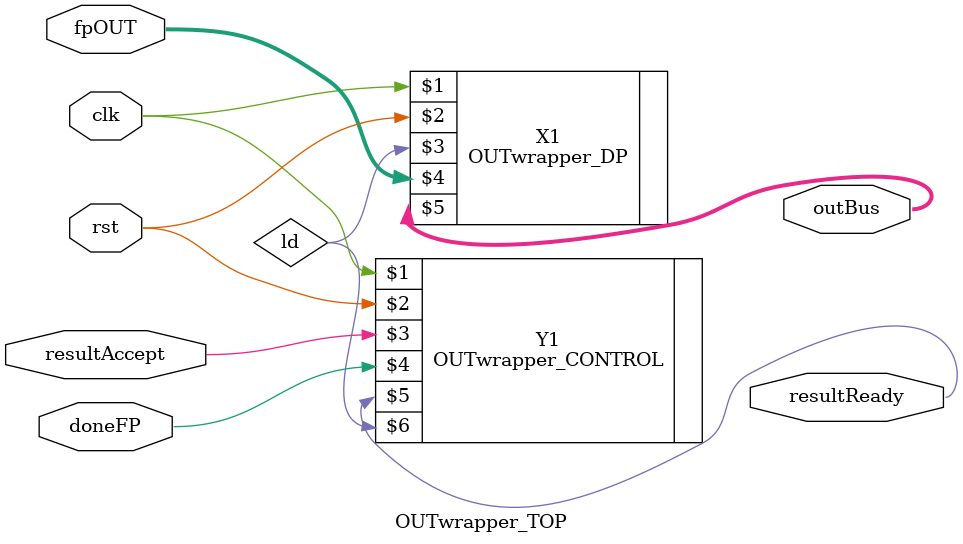
<source format=v>
`timescale 1ns/1ns
module OUTwrapper_TOP(input clk,rst,doneFP,resultAccept,input[31:0]fpOUT,output [31:0]outBus,output resultReady);
	wire ld;
	OUTwrapper_DP X1(clk,rst,ld,fpOUT,outBus);
	OUTwrapper_CONTROL Y1(clk,rst,resultAccept,doneFP,resultReady,ld);
endmodule
	

</source>
